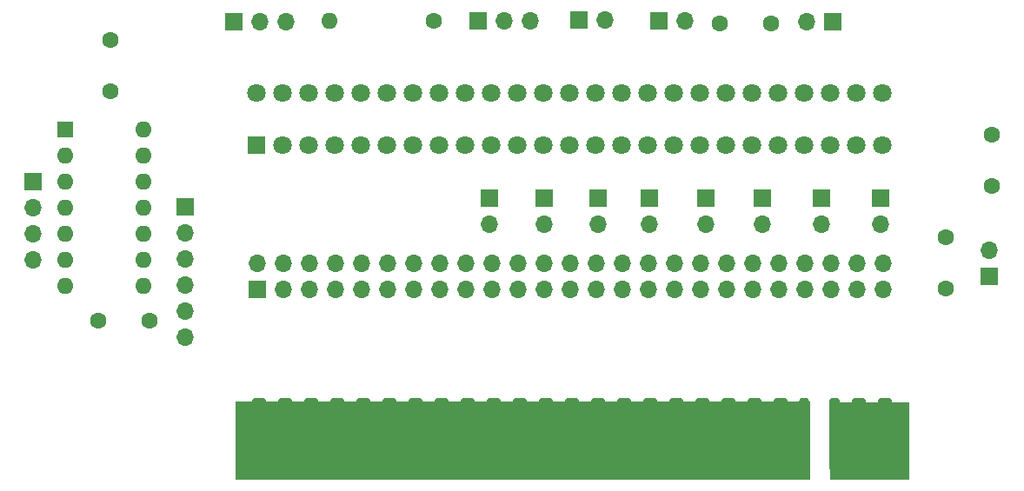
<source format=gbs>
G04 #@! TF.GenerationSoftware,KiCad,Pcbnew,8.0.4*
G04 #@! TF.CreationDate,2024-08-09T20:42:02+03:00*
G04 #@! TF.ProjectId,mpf-ii-bus-adapter,6d70662d-6969-42d6-9275-732d61646170,A*
G04 #@! TF.SameCoordinates,Original*
G04 #@! TF.FileFunction,Soldermask,Bot*
G04 #@! TF.FilePolarity,Negative*
%FSLAX46Y46*%
G04 Gerber Fmt 4.6, Leading zero omitted, Abs format (unit mm)*
G04 Created by KiCad (PCBNEW 8.0.4) date 2024-08-09 20:42:02*
%MOMM*%
%LPD*%
G01*
G04 APERTURE LIST*
G04 Aperture macros list*
%AMRoundRect*
0 Rectangle with rounded corners*
0 $1 Rounding radius*
0 $2 $3 $4 $5 $6 $7 $8 $9 X,Y pos of 4 corners*
0 Add a 4 corners polygon primitive as box body*
4,1,4,$2,$3,$4,$5,$6,$7,$8,$9,$2,$3,0*
0 Add four circle primitives for the rounded corners*
1,1,$1+$1,$2,$3*
1,1,$1+$1,$4,$5*
1,1,$1+$1,$6,$7*
1,1,$1+$1,$8,$9*
0 Add four rect primitives between the rounded corners*
20,1,$1+$1,$2,$3,$4,$5,0*
20,1,$1+$1,$4,$5,$6,$7,0*
20,1,$1+$1,$6,$7,$8,$9,0*
20,1,$1+$1,$8,$9,$2,$3,0*%
G04 Aperture macros list end*
%ADD10C,0.050000*%
%ADD11R,1.700000X1.700000*%
%ADD12O,1.700000X1.700000*%
%ADD13C,1.600000*%
%ADD14R,1.800000X1.800000*%
%ADD15C,1.800000*%
%ADD16O,1.600000X1.600000*%
%ADD17R,1.600000X1.600000*%
%ADD18RoundRect,0.350000X0.350000X3.206000X-0.350000X3.206000X-0.350000X-3.206000X0.350000X-3.206000X0*%
%ADD19RoundRect,0.250000X0.250000X3.306000X-0.250000X3.306000X-0.250000X-3.306000X0.250000X-3.306000X0*%
%ADD20RoundRect,0.235000X0.235000X3.321000X-0.235000X3.321000X-0.235000X-3.321000X0.235000X-3.321000X0*%
G04 APERTURE END LIST*
D10*
X116694000Y-112825000D02*
X172553000Y-112825000D01*
X172553000Y-120318000D01*
X116694000Y-120318000D01*
X116694000Y-112825000D01*
G36*
X116694000Y-112825000D02*
G01*
X172553000Y-112825000D01*
X172553000Y-120318000D01*
X116694000Y-120318000D01*
X116694000Y-112825000D01*
G37*
X174601000Y-112853500D02*
X182260000Y-112853500D01*
X182260000Y-120346500D01*
X174601000Y-120346500D01*
X174601000Y-112853500D01*
G36*
X174601000Y-112853500D02*
G01*
X182260000Y-112853500D01*
X182260000Y-120346500D01*
X174601000Y-120346500D01*
X174601000Y-112853500D01*
G37*
D11*
X116500000Y-75810000D03*
D12*
X119040000Y-75810000D03*
X121580000Y-75810000D03*
D11*
X150110000Y-75640000D03*
D12*
X152650000Y-75640000D03*
D13*
X185870000Y-101800000D03*
X185870000Y-96800000D03*
X168810000Y-76000000D03*
X163810000Y-76000000D03*
X104470000Y-77540000D03*
X104470000Y-82540000D03*
D11*
X141400000Y-93000000D03*
D12*
X141400000Y-95540000D03*
D11*
X111810000Y-93840000D03*
D12*
X111810000Y-96380000D03*
X111810000Y-98920000D03*
X111810000Y-101460000D03*
X111810000Y-104000000D03*
X111810000Y-106540000D03*
D11*
X157000000Y-93000000D03*
D12*
X157000000Y-95540000D03*
D11*
X162500000Y-93000000D03*
D12*
X162500000Y-95540000D03*
D11*
X157930000Y-75710000D03*
D12*
X160470000Y-75710000D03*
D14*
X118690000Y-87840000D03*
D15*
X121230000Y-87840000D03*
X123770000Y-87840000D03*
X126310000Y-87840000D03*
X128850000Y-87840000D03*
X131390000Y-87840000D03*
X133930000Y-87840000D03*
X136470000Y-87840000D03*
X139010000Y-87840000D03*
X141550000Y-87840000D03*
X144090000Y-87840000D03*
X146630000Y-87840000D03*
X149170000Y-87840000D03*
X151710000Y-87840000D03*
X154250000Y-87840000D03*
X156790000Y-87840000D03*
X159330000Y-87840000D03*
X161870000Y-87840000D03*
X164410000Y-87840000D03*
X166950000Y-87840000D03*
X169490000Y-87840000D03*
X172030000Y-87840000D03*
X174570000Y-87840000D03*
X177110000Y-87840000D03*
X179650000Y-87840000D03*
X179650000Y-82760000D03*
X177110000Y-82760000D03*
X174570000Y-82760000D03*
X172030000Y-82760000D03*
X169490000Y-82760000D03*
X166950000Y-82760000D03*
X164410000Y-82760000D03*
X161870000Y-82760000D03*
X159330000Y-82760000D03*
X156790000Y-82760000D03*
X154250000Y-82760000D03*
X151710000Y-82760000D03*
X149170000Y-82760000D03*
X146630000Y-82760000D03*
X144090000Y-82760000D03*
X141550000Y-82760000D03*
X139010000Y-82760000D03*
X136470000Y-82760000D03*
X133930000Y-82760000D03*
X131390000Y-82760000D03*
X128850000Y-82760000D03*
X126310000Y-82760000D03*
X123770000Y-82760000D03*
X121230000Y-82760000D03*
X118690000Y-82760000D03*
D13*
X108340000Y-104910000D03*
X103340000Y-104910000D03*
D11*
X118820000Y-101830000D03*
D12*
X118820000Y-99290000D03*
X121360000Y-101830000D03*
X121360000Y-99290000D03*
X123900000Y-101830000D03*
X123900000Y-99290000D03*
X126440000Y-101830000D03*
X126440000Y-99290000D03*
X128980000Y-101830000D03*
X128980000Y-99290000D03*
X131520000Y-101830000D03*
X131520000Y-99290000D03*
X134060000Y-101830000D03*
X134060000Y-99290000D03*
X136600000Y-101830000D03*
X136600000Y-99290000D03*
X139140000Y-101830000D03*
X139140000Y-99290000D03*
X141680000Y-101830000D03*
X141680000Y-99290000D03*
X144220000Y-101830000D03*
X144220000Y-99290000D03*
X146760000Y-101830000D03*
X146760000Y-99290000D03*
X149300000Y-101830000D03*
X149300000Y-99290000D03*
X151840000Y-101830000D03*
X151840000Y-99290000D03*
X154380000Y-101830000D03*
X154380000Y-99290000D03*
X156920000Y-101830000D03*
X156920000Y-99290000D03*
X159460000Y-101830000D03*
X159460000Y-99290000D03*
X162000000Y-101830000D03*
X162000000Y-99290000D03*
X164540000Y-101830000D03*
X164540000Y-99290000D03*
X167080000Y-101830000D03*
X167080000Y-99290000D03*
X169620000Y-101830000D03*
X169620000Y-99290000D03*
X172160000Y-101830000D03*
X172160000Y-99290000D03*
X174700000Y-101830000D03*
X174700000Y-99290000D03*
X177240000Y-101830000D03*
X177240000Y-99290000D03*
X179780000Y-101830000D03*
X179780000Y-99290000D03*
D11*
X96970000Y-91400000D03*
D12*
X96970000Y-93940000D03*
X96970000Y-96480000D03*
X96970000Y-99020000D03*
D11*
X140305000Y-75670000D03*
D12*
X142845000Y-75670000D03*
X145385000Y-75670000D03*
D11*
X152000000Y-93000000D03*
D12*
X152000000Y-95540000D03*
D11*
X179500000Y-93000000D03*
D12*
X179500000Y-95540000D03*
D11*
X190100000Y-100640000D03*
D12*
X190100000Y-98100000D03*
D13*
X190320000Y-91760000D03*
X190320000Y-86760000D03*
D11*
X173750000Y-93000000D03*
D12*
X173750000Y-95540000D03*
D11*
X146750000Y-93000000D03*
D12*
X146750000Y-95540000D03*
D13*
X136000000Y-75740000D03*
D16*
X125840000Y-75740000D03*
D11*
X168000000Y-93000000D03*
D12*
X168000000Y-95540000D03*
D11*
X174860000Y-75830000D03*
D12*
X172320000Y-75830000D03*
D17*
X100090000Y-86295000D03*
D16*
X100090000Y-88835000D03*
X100090000Y-91375000D03*
X100090000Y-93915000D03*
X100090000Y-96455000D03*
X100090000Y-98995000D03*
X100090000Y-101535000D03*
X107710000Y-101535000D03*
X107710000Y-98995000D03*
X107710000Y-96455000D03*
X107710000Y-93915000D03*
X107710000Y-91375000D03*
X107710000Y-88835000D03*
X107710000Y-86295000D03*
D18*
X179940000Y-116000000D03*
X177400000Y-116000000D03*
D19*
X175060000Y-116000000D03*
D20*
X172090000Y-116000000D03*
D18*
X169780000Y-116000000D03*
X167240000Y-116000000D03*
X164700000Y-116000000D03*
X162160000Y-116000000D03*
X159620000Y-116000000D03*
X157080000Y-116000000D03*
X154540000Y-116000000D03*
X152000000Y-116000000D03*
X149460000Y-116000000D03*
X146920000Y-116000000D03*
X144380000Y-116000000D03*
X141840000Y-116000000D03*
X139300000Y-116000000D03*
X136760000Y-116000000D03*
X134220000Y-116000000D03*
X131680000Y-116000000D03*
X129140000Y-116000000D03*
X126600000Y-116000000D03*
X124060000Y-116000000D03*
X121520000Y-116000000D03*
X118980000Y-116000000D03*
M02*

</source>
